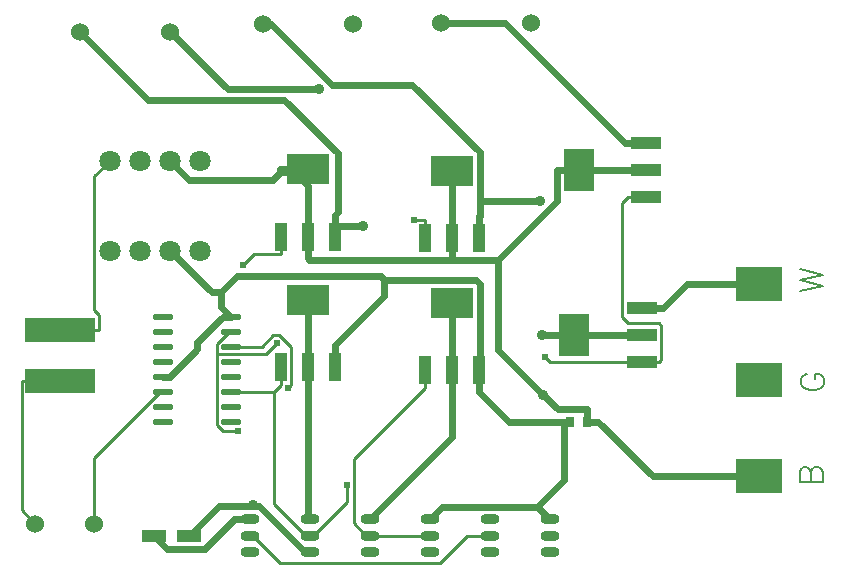
<source format=gtl>
G04 Layer: TopLayer*
G04 EasyEDA v6.5.48, 2025-01-21 17:41:51*
G04 c25b6b3bb0ea45fba8c4304eea8249b9,6739810af5ca4796b4382bb4120ee57b,10*
G04 Gerber Generator version 0.2*
G04 Scale: 100 percent, Rotated: No, Reflected: No *
G04 Dimensions in millimeters *
G04 leading zeros omitted , absolute positions ,4 integer and 5 decimal *
%FSLAX45Y45*%
%MOMM*%

%AMMACRO1*21,1,$1,$2,0,0,$3*%
%ADD10C,0.2032*%
%ADD11C,0.2540*%
%ADD12C,0.5800*%
%ADD13R,0.8000X0.9000*%
%ADD14R,6.0000X2.0000*%
%ADD15R,1.0500X2.4650*%
%ADD16MACRO1,3.54X2.465X0.0000*%
%ADD17MACRO1,1.05X2.465X90.0000*%
%ADD18MACRO1,3.54X2.465X-90.0000*%
%ADD19O,1.7450054X0.5599938*%
%ADD20R,2.0000X1.0000*%
%ADD21C,1.5240*%
%ADD22O,1.5999968X0.8999982*%
%ADD23R,4.0000X3.0000*%
%ADD24C,1.8000*%
%ADD25C,0.9000*%
%ADD26C,0.6100*%
%ADD27C,0.0179*%

%LPD*%
D10*
X7537450Y2373629D02*
G01*
X7518908Y2364486D01*
X7500365Y2345944D01*
X7491222Y2327655D01*
X7491222Y2290571D01*
X7500365Y2272029D01*
X7518908Y2253742D01*
X7537450Y2244344D01*
X7565136Y2235200D01*
X7611109Y2235200D01*
X7639050Y2244344D01*
X7657338Y2253742D01*
X7675879Y2272029D01*
X7685024Y2290571D01*
X7685024Y2327655D01*
X7675879Y2345944D01*
X7657338Y2364486D01*
X7639050Y2373629D01*
X7611109Y2373629D01*
X7611109Y2327655D02*
G01*
X7611109Y2373629D01*
X7478522Y1460500D02*
G01*
X7672324Y1460500D01*
X7478522Y1460500D02*
G01*
X7478522Y1543557D01*
X7487665Y1571244D01*
X7496809Y1580642D01*
X7515352Y1589786D01*
X7533893Y1589786D01*
X7552436Y1580642D01*
X7561579Y1571244D01*
X7570724Y1543557D01*
X7570724Y1460500D02*
G01*
X7570724Y1543557D01*
X7580122Y1571244D01*
X7589265Y1580642D01*
X7607808Y1589786D01*
X7635493Y1589786D01*
X7654036Y1580642D01*
X7663179Y1571244D01*
X7672324Y1543557D01*
X7672324Y1460500D01*
X7478522Y3073400D02*
G01*
X7672324Y3119628D01*
X7478522Y3165855D02*
G01*
X7672324Y3119628D01*
X7478522Y3165855D02*
G01*
X7672324Y3211829D01*
X7478522Y3258057D02*
G01*
X7672324Y3211829D01*
D11*
X2763090Y3292043D02*
G01*
X2856842Y3385794D01*
X3084705Y3385794D01*
D12*
X5386250Y2705100D02*
G01*
X5299687Y2705100D01*
X5568952Y2705100D02*
G01*
X5386250Y2705100D01*
X6140452Y2705100D02*
G01*
X5568952Y2705100D01*
X4770401Y3841724D02*
G01*
X4770401Y4252823D01*
X4200578Y4822647D01*
X3518105Y4822647D01*
X3006752Y5334000D01*
X2933702Y5334000D01*
X4763899Y3706952D02*
G01*
X4770401Y3713454D01*
X4770401Y3841724D01*
X4770401Y3841724D02*
G01*
X5277792Y3841724D01*
X4763899Y3524250D02*
G01*
X4763899Y3706952D01*
X3544699Y3628313D02*
G01*
X3785110Y3628313D01*
X3544699Y3628313D02*
G01*
X3544699Y3719652D01*
X3544699Y3536950D02*
G01*
X3544699Y3628313D01*
X1384302Y5270500D02*
G01*
X1960755Y4694046D01*
X3116734Y4694046D01*
X3568931Y4241850D01*
X3568931Y3743883D01*
X3544699Y3719652D01*
D11*
X2662151Y2603500D02*
G01*
X2922551Y2603500D01*
X3022119Y2703068D01*
X3071624Y2703068D01*
X3170405Y2604287D01*
X3170405Y2281580D01*
X3145868Y2257044D01*
X6140452Y2475103D02*
G01*
X5361282Y2475103D01*
X5322801Y2513584D01*
X6216042Y2475103D02*
G01*
X6140452Y2475103D01*
X6216042Y2475103D02*
G01*
X6291607Y2475103D01*
X2823390Y1005586D02*
G01*
X2849501Y1005586D01*
X3079828Y775258D01*
X4429635Y775258D01*
X4659962Y1005586D01*
X4855390Y1005586D01*
X6178552Y3872103D02*
G01*
X6027397Y3872103D01*
X6291607Y2475103D02*
G01*
X6306873Y2490368D01*
X6306873Y2780436D01*
X6286527Y2800781D01*
X6026101Y2800781D01*
X5974031Y2852851D01*
X5974031Y3818737D01*
X6027397Y3872103D01*
X3331390Y1005586D02*
G01*
X3362352Y1005586D01*
X3643657Y1286890D01*
X3643657Y1434693D01*
X3026310Y2222500D02*
G01*
X3026310Y1275334D01*
X3296058Y1005586D01*
X3331390Y1005586D01*
X4303905Y3675405D02*
G01*
X4211525Y3675405D01*
X4303905Y3524250D02*
G01*
X4303905Y3675405D01*
X3026310Y2222500D02*
G01*
X3084705Y2280894D01*
X2662151Y2222500D02*
G01*
X3026310Y2222500D01*
X3084705Y2432050D02*
G01*
X3084705Y2280894D01*
D12*
X3314702Y2432050D02*
G01*
X3314702Y1161973D01*
X3331390Y1145286D01*
X3314702Y3003550D02*
G01*
X3314702Y2432050D01*
X2146302Y5270500D02*
G01*
X2634287Y4782515D01*
X3410485Y4782515D01*
X4533902Y2406650D02*
G01*
X4533902Y1839798D01*
X3839390Y1145286D01*
X4533902Y2978150D02*
G01*
X4533902Y2406650D01*
D11*
X2544549Y2540000D02*
G01*
X2956105Y2540000D01*
X3052066Y2635961D01*
X2544549Y2540000D02*
G01*
X2544549Y1939493D01*
X2593037Y1891004D01*
X2725981Y1891004D01*
X2662151Y2730500D02*
G01*
X2650568Y2730500D01*
X2544549Y2624480D01*
X2544549Y2540000D01*
X3084705Y3536950D02*
G01*
X3084705Y3385794D01*
X4303905Y2406650D02*
G01*
X4303905Y2255494D01*
X3839390Y1005586D02*
G01*
X3808605Y1005586D01*
X3703474Y1110716D01*
X3703474Y1655063D01*
X4303905Y2255494D01*
X4347390Y1005586D02*
G01*
X3839390Y1005586D01*
D12*
X2309014Y1003274D02*
G01*
X2562379Y1256639D01*
X2853108Y1256639D01*
X2853108Y1256639D02*
G01*
X2853108Y1267663D01*
X2853108Y1256639D02*
G01*
X2897558Y1256639D01*
X3288311Y865886D01*
X3331390Y865886D01*
X5673981Y1970786D02*
G01*
X5673981Y2075256D01*
X4925367Y3341547D02*
G01*
X4925367Y2580411D01*
X5308348Y2197430D01*
X5673981Y2075256D02*
G01*
X5430522Y2075256D01*
X5308348Y2197430D01*
X4925367Y3341547D02*
G01*
X5424350Y3840530D01*
X5424350Y4102100D01*
X4533902Y3341547D02*
G01*
X4925367Y3341547D01*
X7137402Y1511300D02*
G01*
X6232933Y1511300D01*
X5773447Y1970786D01*
X5607052Y4102100D02*
G01*
X6178552Y4102100D01*
X5515714Y4102100D02*
G01*
X5607052Y4102100D01*
X5515714Y4102100D02*
G01*
X5424350Y4102100D01*
X4533902Y3363671D02*
G01*
X4533902Y3341547D01*
X4533902Y3524250D02*
G01*
X4533902Y3363671D01*
X4533902Y4095750D02*
G01*
X4533902Y3524250D01*
X3314702Y3536950D02*
G01*
X3314702Y3354247D01*
X3314702Y3354247D02*
G01*
X3327402Y3341547D01*
X4533902Y3341547D01*
X3078253Y4081881D02*
G01*
X3196694Y4081881D01*
X3314702Y3963873D01*
X3314702Y3536950D01*
X2146302Y4178300D02*
G01*
X2305255Y4019346D01*
X3015719Y4019346D01*
X3078253Y4081881D01*
X3078253Y4081881D02*
G01*
X3078253Y4108450D01*
X5673981Y1970786D02*
G01*
X5773447Y1970786D01*
X3314702Y4108450D02*
G01*
X3078253Y4108450D01*
X6178552Y4332096D02*
G01*
X5995850Y4332096D01*
X5995850Y4332096D02*
G01*
X4981247Y5346700D01*
X4445002Y5346700D01*
X2575181Y3063290D02*
G01*
X2711960Y3200069D01*
X3931262Y3200069D01*
X3962808Y3168522D01*
X3544699Y2614752D02*
G01*
X3962808Y3032861D01*
X3962808Y3168522D01*
X3962808Y3168522D02*
G01*
X4738855Y3168522D01*
X4770401Y3136976D01*
X4770401Y2321813D01*
X4763899Y2315311D01*
X3544699Y2432050D02*
G01*
X3544699Y2614752D01*
X4763899Y2315311D02*
G01*
X4763899Y2223947D01*
X4763899Y2406650D02*
G01*
X4763899Y2315311D01*
X2146302Y3416300D02*
G01*
X2499311Y3063290D01*
X2575181Y3063290D01*
X2575181Y3063290D02*
G01*
X2575181Y2944469D01*
X2662151Y2857500D01*
X4763899Y2223947D02*
G01*
X5017061Y1970786D01*
X5434510Y1970786D01*
X5258894Y1249781D02*
G01*
X4451885Y1249781D01*
X4347390Y1145286D01*
X5363390Y1145286D02*
G01*
X5258894Y1249781D01*
X5484243Y1970786D02*
G01*
X5484243Y1475130D01*
X5258894Y1249781D01*
X5484243Y1970786D02*
G01*
X5434510Y1970786D01*
X5533976Y1970786D02*
G01*
X5484243Y1970786D01*
X2087653Y2349500D02*
G01*
X2146607Y2349500D01*
X2379296Y2582189D01*
X2379296Y2641168D01*
X2595628Y2857500D01*
X2662151Y2857500D01*
X6140452Y2935096D02*
G01*
X6323154Y2935096D01*
X7137402Y3136900D02*
G01*
X6524957Y3136900D01*
X6323154Y2935096D01*
X2009015Y1003274D02*
G01*
X2119505Y892784D01*
X2440688Y892784D01*
X2693189Y1145286D01*
X2823390Y1145286D01*
D11*
X1219202Y2742311D02*
G01*
X1547116Y2742311D01*
X1638302Y4178300D02*
G01*
X1506095Y4046093D01*
X1506095Y2911246D01*
X1547116Y2870225D01*
X1547116Y2742311D01*
X2087653Y2222500D02*
G01*
X2064717Y2222500D01*
X1502996Y1660779D01*
X1502996Y1107186D01*
X1219202Y2312288D02*
G01*
X891288Y2312288D01*
X891288Y2312288D02*
G01*
X891288Y1218895D01*
X1002997Y1107186D01*
D13*
G01*
X5673979Y1970786D03*
G01*
X5533999Y1970786D03*
D14*
G01*
X1219200Y2312288D03*
G01*
X1219200Y2742311D03*
D15*
G01*
X4303902Y2406650D03*
G01*
X4533900Y2406650D03*
G01*
X4763897Y2406650D03*
D16*
G01*
X4533900Y2978150D03*
D17*
G01*
X6140450Y2475100D03*
G01*
X6140450Y2705100D03*
G01*
X6140450Y2935099D03*
D18*
G01*
X5568950Y2705100D03*
D17*
G01*
X6178550Y3872100D03*
G01*
X6178550Y4102100D03*
G01*
X6178550Y4332099D03*
D18*
G01*
X5607050Y4102100D03*
D15*
G01*
X3084702Y2432050D03*
G01*
X3314700Y2432050D03*
G01*
X3544697Y2432050D03*
D16*
G01*
X3314700Y3003550D03*
D15*
G01*
X4303902Y3524250D03*
G01*
X4533900Y3524250D03*
G01*
X4763897Y3524250D03*
D16*
G01*
X4533900Y4095750D03*
D15*
G01*
X3084702Y3536950D03*
G01*
X3314700Y3536950D03*
G01*
X3544697Y3536950D03*
D16*
G01*
X3314700Y4108450D03*
D19*
G01*
X2662148Y1968500D03*
G01*
X2662148Y2095500D03*
G01*
X2662148Y2222500D03*
G01*
X2662148Y2349500D03*
G01*
X2662148Y2476500D03*
G01*
X2662148Y2603500D03*
G01*
X2662148Y2730500D03*
G01*
X2662148Y2857500D03*
G01*
X2087651Y1968500D03*
G01*
X2087651Y2095500D03*
G01*
X2087651Y2222500D03*
G01*
X2087651Y2349500D03*
G01*
X2087651Y2476500D03*
G01*
X2087651Y2603500D03*
G01*
X2087651Y2730500D03*
G01*
X2087651Y2857500D03*
D20*
G01*
X2308986Y1003300D03*
G01*
X2008987Y1003300D03*
D21*
G01*
X1002995Y1107186D03*
G01*
X1502994Y1107186D03*
G01*
X4445000Y5346700D03*
G01*
X5207000Y5346700D03*
G01*
X2933700Y5334000D03*
G01*
X3695700Y5334000D03*
G01*
X1384300Y5270500D03*
G01*
X2146300Y5270500D03*
D22*
G01*
X2823387Y865886D03*
G01*
X2823387Y1005586D03*
G01*
X2823387Y1145286D03*
G01*
X3839387Y865886D03*
G01*
X3839387Y1005586D03*
G01*
X3839387Y1145286D03*
G01*
X4347387Y865886D03*
G01*
X4347387Y1005586D03*
G01*
X4347387Y1145286D03*
G01*
X4855387Y865886D03*
G01*
X4855387Y1005586D03*
G01*
X4855387Y1145286D03*
G01*
X5363387Y865886D03*
G01*
X5363387Y1005586D03*
G01*
X5363387Y1145286D03*
G01*
X3331387Y865886D03*
G01*
X3331387Y1005586D03*
G01*
X3331387Y1145286D03*
D23*
G01*
X7137400Y1511300D03*
G01*
X7137400Y2324100D03*
G01*
X7137400Y3136900D03*
D24*
G01*
X2400300Y4178300D03*
G01*
X2146300Y4178300D03*
G01*
X2146300Y3416300D03*
G01*
X2400300Y3416300D03*
G01*
X1892300Y4178300D03*
G01*
X1638300Y4178300D03*
G01*
X1892300Y3416300D03*
G01*
X1638300Y3416300D03*
D25*
G01*
X5299684Y2705100D03*
G01*
X5277789Y3841724D03*
G01*
X3785108Y3628313D03*
D26*
G01*
X3145866Y2257044D03*
G01*
X5322798Y2513584D03*
G01*
X3643655Y1434693D03*
G01*
X4211523Y3675405D03*
D25*
G01*
X3410483Y4782515D03*
D26*
G01*
X3052063Y2635961D03*
G01*
X2763088Y3292043D03*
G01*
X2725978Y1891004D03*
D25*
G01*
X2853105Y1267663D03*
G01*
X5308345Y2197430D03*
M02*

</source>
